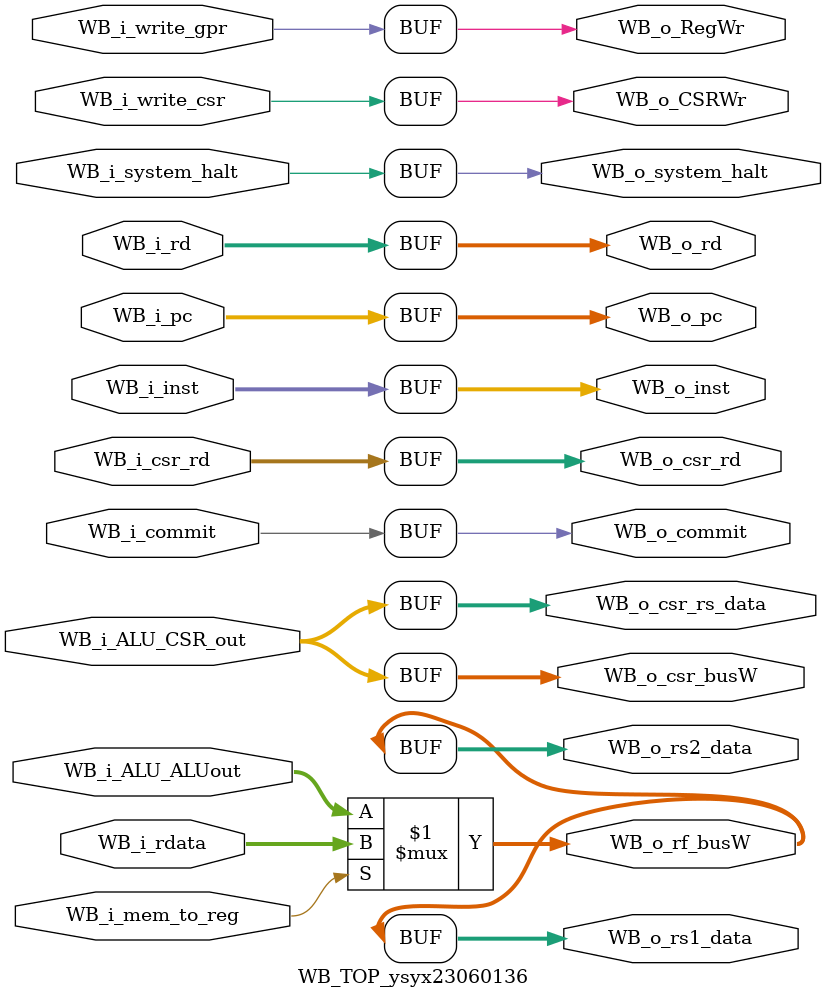
<source format=sv>
/*
 * @Author: Juqi Li @ NJU
 * @Date: 2024-02-27 16:42:25
 * @Last Modified by: Juqi Li @ NJU
 * @Last Modified time: 2024-03-03 21:35:51
 */

 `include "DEFINES_ysyx23060136.sv"

 
// Top module for write back
// ===========================================================================
module WB_TOP_ysyx23060136 (
        input                               WB_i_commit                  ,
        input              [  31:0]         WB_i_pc                      ,
        input              [  31:0]         WB_i_inst                    ,

        input              [  31:0]         WB_i_ALU_ALUout              ,
        input              [  31:0]         WB_i_ALU_CSR_out             ,
        input              [  31:0]         WB_i_rdata                   ,

        input              [   4:0]         WB_i_rd                      ,
        input              [   1:0]         WB_i_csr_rd                  ,

        input                               WB_i_write_gpr               ,
        input                               WB_i_write_csr               ,
        input                               WB_i_mem_to_reg              ,

        input                               WB_i_system_halt             ,
        // ===========================================================================
        // write back to IDU GPR register file and CSR register file
        output             [  31:0]         WB_o_rf_busW               ,
        output             [  31:0]         WB_o_csr_busW              ,
        output             [   4:0]         WB_o_rd                    ,
        output             [   1:0]         WB_o_csr_rd                ,
        output                              WB_o_RegWr                 ,
        output                              WB_o_CSRWr                 ,

        // write data for FORWARD
        output             [  31:0]         WB_o_rs1_data              ,
        output             [  31:0]         WB_o_rs2_data              ,
        output             [  31:0]         WB_o_csr_rs_data           ,

        // system
        output             [  31:0]         WB_o_pc                    ,
        output             [  31:0]         WB_o_inst                  ,
        output                              WB_o_commit                ,
        output                              WB_o_system_halt           

    );

    // write back bus for gpr
    assign  WB_o_rf_busW        =    WB_i_mem_to_reg ?  WB_i_rdata : WB_i_ALU_ALUout ;
    // write back bus for csr
    assign  WB_o_csr_busW       =    WB_i_ALU_CSR_out;
    assign  WB_o_rd             =    WB_i_rd;
    assign  WB_o_csr_rd         =    WB_i_csr_rd ;
    assign  WB_o_RegWr          =    WB_i_write_gpr;
    assign  WB_o_CSRWr          =    WB_i_write_csr;
    assign  WB_o_commit         =    WB_i_commit;
    assign  WB_o_system_halt    =    WB_i_system_halt;
    assign  WB_o_pc             =    WB_i_pc;
    assign  WB_o_inst           =    WB_i_inst;

    // signal for FORWARD
    assign  WB_o_rs1_data       =    WB_o_rf_busW ; 
    assign  WB_o_rs2_data       =    WB_o_rf_busW ;
    assign  WB_o_csr_rs_data    =    WB_o_csr_busW;

endmodule



</source>
